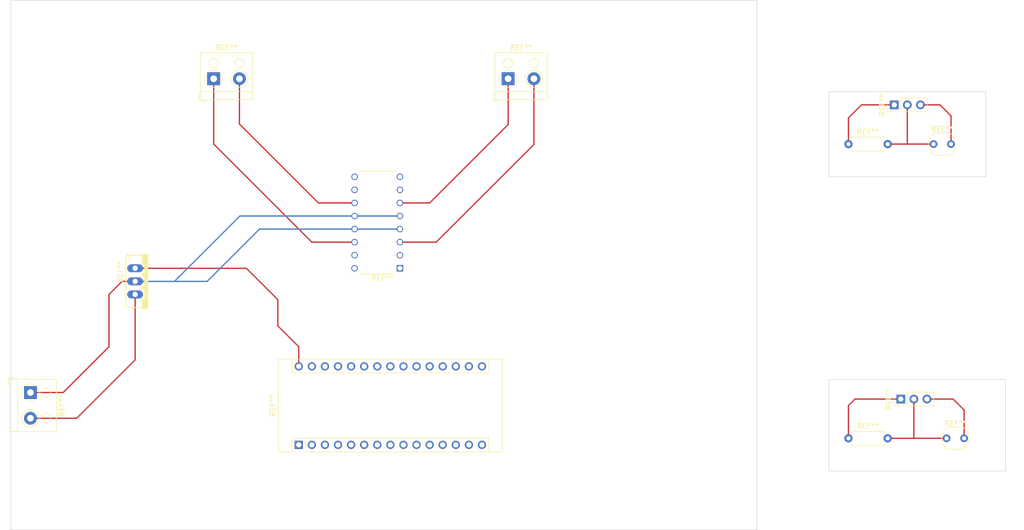
<source format=kicad_pcb>
(kicad_pcb (version 20171130) (host pcbnew "(5.1.10)-1")

  (general
    (thickness 1.6)
    (drawings 12)
    (tracks 50)
    (zones 0)
    (modules 12)
    (nets 1)
  )

  (page A4)
  (title_block
    (date "jeu. 02 avril 2015")
  )

  (layers
    (0 F.Cu signal)
    (31 B.Cu signal)
    (32 B.Adhes user)
    (33 F.Adhes user)
    (34 B.Paste user)
    (35 F.Paste user)
    (36 B.SilkS user)
    (37 F.SilkS user)
    (38 B.Mask user)
    (39 F.Mask user)
    (40 Dwgs.User user)
    (41 Cmts.User user)
    (42 Eco1.User user)
    (43 Eco2.User user)
    (44 Edge.Cuts user)
    (45 Margin user)
    (46 B.CrtYd user)
    (47 F.CrtYd user)
    (48 B.Fab user)
    (49 F.Fab user)
  )

  (setup
    (last_trace_width 0.25)
    (trace_clearance 0.2)
    (zone_clearance 0.508)
    (zone_45_only no)
    (trace_min 0.2)
    (via_size 0.6)
    (via_drill 0.4)
    (via_min_size 0.4)
    (via_min_drill 0.3)
    (uvia_size 0.3)
    (uvia_drill 0.1)
    (uvias_allowed no)
    (uvia_min_size 0.2)
    (uvia_min_drill 0.1)
    (edge_width 0.1)
    (segment_width 0.15)
    (pcb_text_width 0.3)
    (pcb_text_size 1.5 1.5)
    (mod_edge_width 0.15)
    (mod_text_size 1 1)
    (mod_text_width 0.15)
    (pad_size 1.5 1.5)
    (pad_drill 0.6)
    (pad_to_mask_clearance 0)
    (aux_axis_origin 138.176 110.617)
    (visible_elements 7FFFFFFF)
    (pcbplotparams
      (layerselection 0x00030_80000001)
      (usegerberextensions false)
      (usegerberattributes true)
      (usegerberadvancedattributes true)
      (creategerberjobfile true)
      (excludeedgelayer true)
      (linewidth 0.100000)
      (plotframeref false)
      (viasonmask false)
      (mode 1)
      (useauxorigin false)
      (hpglpennumber 1)
      (hpglpenspeed 20)
      (hpglpendiameter 15.000000)
      (psnegative false)
      (psa4output false)
      (plotreference true)
      (plotvalue true)
      (plotinvisibletext false)
      (padsonsilk false)
      (subtractmaskfromsilk false)
      (outputformat 1)
      (mirror false)
      (drillshape 1)
      (scaleselection 1)
      (outputdirectory ""))
  )

  (net 0 "")

  (net_class Default "This is the default net class."
    (clearance 0.2)
    (trace_width 0.25)
    (via_dia 0.6)
    (via_drill 0.4)
    (uvia_dia 0.3)
    (uvia_drill 0.1)
  )

  (module Module:Arduino_Nano_WithMountingHoles (layer F.Cu) (tedit 58ACAF99) (tstamp 6179919D)
    (at 140.97 110.49 90)
    (descr "Arduino Nano, http://www.mouser.com/pdfdocs/Gravitech_Arduino_Nano3_0.pdf")
    (tags "Arduino Nano")
    (fp_text reference REF** (at 7.62 -5.08 90) (layer F.SilkS)
      (effects (font (size 1 1) (thickness 0.15)))
    )
    (fp_text value Arduino_Nano_WithMountingHoles (at 8.89 15.24) (layer F.Fab)
      (effects (font (size 1 1) (thickness 0.15)))
    )
    (fp_text user %R (at 6.35 16.51) (layer F.Fab)
      (effects (font (size 1 1) (thickness 0.15)))
    )
    (fp_line (start 1.27 1.27) (end 1.27 -1.27) (layer F.SilkS) (width 0.12))
    (fp_line (start 1.27 -1.27) (end -1.4 -1.27) (layer F.SilkS) (width 0.12))
    (fp_line (start -1.4 1.27) (end -1.4 39.5) (layer F.SilkS) (width 0.12))
    (fp_line (start -1.4 -3.94) (end -1.4 -1.27) (layer F.SilkS) (width 0.12))
    (fp_line (start 13.97 -1.27) (end 16.64 -1.27) (layer F.SilkS) (width 0.12))
    (fp_line (start 13.97 -1.27) (end 13.97 36.83) (layer F.SilkS) (width 0.12))
    (fp_line (start 13.97 36.83) (end 16.64 36.83) (layer F.SilkS) (width 0.12))
    (fp_line (start 1.27 1.27) (end -1.4 1.27) (layer F.SilkS) (width 0.12))
    (fp_line (start 1.27 1.27) (end 1.27 36.83) (layer F.SilkS) (width 0.12))
    (fp_line (start 1.27 36.83) (end -1.4 36.83) (layer F.SilkS) (width 0.12))
    (fp_line (start 3.81 31.75) (end 11.43 31.75) (layer F.Fab) (width 0.1))
    (fp_line (start 11.43 31.75) (end 11.43 41.91) (layer F.Fab) (width 0.1))
    (fp_line (start 11.43 41.91) (end 3.81 41.91) (layer F.Fab) (width 0.1))
    (fp_line (start 3.81 41.91) (end 3.81 31.75) (layer F.Fab) (width 0.1))
    (fp_line (start -1.4 39.5) (end 16.64 39.5) (layer F.SilkS) (width 0.12))
    (fp_line (start 16.64 39.5) (end 16.64 -3.94) (layer F.SilkS) (width 0.12))
    (fp_line (start 16.64 -3.94) (end -1.4 -3.94) (layer F.SilkS) (width 0.12))
    (fp_line (start 16.51 39.37) (end -1.27 39.37) (layer F.Fab) (width 0.1))
    (fp_line (start -1.27 39.37) (end -1.27 -2.54) (layer F.Fab) (width 0.1))
    (fp_line (start -1.27 -2.54) (end 0 -3.81) (layer F.Fab) (width 0.1))
    (fp_line (start 0 -3.81) (end 16.51 -3.81) (layer F.Fab) (width 0.1))
    (fp_line (start 16.51 -3.81) (end 16.51 39.37) (layer F.Fab) (width 0.1))
    (fp_line (start -1.53 -4.06) (end 16.75 -4.06) (layer F.CrtYd) (width 0.05))
    (fp_line (start -1.53 -4.06) (end -1.53 42.16) (layer F.CrtYd) (width 0.05))
    (fp_line (start 16.75 42.16) (end 16.75 -4.06) (layer F.CrtYd) (width 0.05))
    (fp_line (start 16.75 42.16) (end -1.53 42.16) (layer F.CrtYd) (width 0.05))
    (pad "" np_thru_hole circle (at 0 38.1 90) (size 1.78 1.78) (drill 1.78) (layers *.Cu *.Mask))
    (pad "" np_thru_hole circle (at 15.24 38.1 90) (size 1.78 1.78) (drill 1.78) (layers *.Cu *.Mask))
    (pad "" np_thru_hole circle (at 15.24 -2.54 90) (size 1.78 1.78) (drill 1.78) (layers *.Cu *.Mask))
    (pad "" np_thru_hole circle (at 0 -2.54 90) (size 1.78 1.78) (drill 1.78) (layers *.Cu *.Mask))
    (pad 16 thru_hole oval (at 15.24 35.56 90) (size 1.6 1.6) (drill 1) (layers *.Cu *.Mask))
    (pad 15 thru_hole oval (at 0 35.56 90) (size 1.6 1.6) (drill 1) (layers *.Cu *.Mask))
    (pad 30 thru_hole oval (at 15.24 0 90) (size 1.6 1.6) (drill 1) (layers *.Cu *.Mask))
    (pad 14 thru_hole oval (at 0 33.02 90) (size 1.6 1.6) (drill 1) (layers *.Cu *.Mask))
    (pad 29 thru_hole oval (at 15.24 2.54 90) (size 1.6 1.6) (drill 1) (layers *.Cu *.Mask))
    (pad 13 thru_hole oval (at 0 30.48 90) (size 1.6 1.6) (drill 1) (layers *.Cu *.Mask))
    (pad 28 thru_hole oval (at 15.24 5.08 90) (size 1.6 1.6) (drill 1) (layers *.Cu *.Mask))
    (pad 12 thru_hole oval (at 0 27.94 90) (size 1.6 1.6) (drill 1) (layers *.Cu *.Mask))
    (pad 27 thru_hole oval (at 15.24 7.62 90) (size 1.6 1.6) (drill 1) (layers *.Cu *.Mask))
    (pad 11 thru_hole oval (at 0 25.4 90) (size 1.6 1.6) (drill 1) (layers *.Cu *.Mask))
    (pad 26 thru_hole oval (at 15.24 10.16 90) (size 1.6 1.6) (drill 1) (layers *.Cu *.Mask))
    (pad 10 thru_hole oval (at 0 22.86 90) (size 1.6 1.6) (drill 1) (layers *.Cu *.Mask))
    (pad 25 thru_hole oval (at 15.24 12.7 90) (size 1.6 1.6) (drill 1) (layers *.Cu *.Mask))
    (pad 9 thru_hole oval (at 0 20.32 90) (size 1.6 1.6) (drill 1) (layers *.Cu *.Mask))
    (pad 24 thru_hole oval (at 15.24 15.24 90) (size 1.6 1.6) (drill 1) (layers *.Cu *.Mask))
    (pad 8 thru_hole oval (at 0 17.78 90) (size 1.6 1.6) (drill 1) (layers *.Cu *.Mask))
    (pad 23 thru_hole oval (at 15.24 17.78 90) (size 1.6 1.6) (drill 1) (layers *.Cu *.Mask))
    (pad 7 thru_hole oval (at 0 15.24 90) (size 1.6 1.6) (drill 1) (layers *.Cu *.Mask))
    (pad 22 thru_hole oval (at 15.24 20.32 90) (size 1.6 1.6) (drill 1) (layers *.Cu *.Mask))
    (pad 6 thru_hole oval (at 0 12.7 90) (size 1.6 1.6) (drill 1) (layers *.Cu *.Mask))
    (pad 21 thru_hole oval (at 15.24 22.86 90) (size 1.6 1.6) (drill 1) (layers *.Cu *.Mask))
    (pad 5 thru_hole oval (at 0 10.16 90) (size 1.6 1.6) (drill 1) (layers *.Cu *.Mask))
    (pad 20 thru_hole oval (at 15.24 25.4 90) (size 1.6 1.6) (drill 1) (layers *.Cu *.Mask))
    (pad 4 thru_hole oval (at 0 7.62 90) (size 1.6 1.6) (drill 1) (layers *.Cu *.Mask))
    (pad 19 thru_hole oval (at 15.24 27.94 90) (size 1.6 1.6) (drill 1) (layers *.Cu *.Mask))
    (pad 3 thru_hole oval (at 0 5.08 90) (size 1.6 1.6) (drill 1) (layers *.Cu *.Mask))
    (pad 18 thru_hole oval (at 15.24 30.48 90) (size 1.6 1.6) (drill 1) (layers *.Cu *.Mask))
    (pad 2 thru_hole oval (at 0 2.54 90) (size 1.6 1.6) (drill 1) (layers *.Cu *.Mask))
    (pad 17 thru_hole oval (at 15.24 33.02 90) (size 1.6 1.6) (drill 1) (layers *.Cu *.Mask))
    (pad 1 thru_hole rect (at 0 0 90) (size 1.6 1.6) (drill 1) (layers *.Cu *.Mask))
    (model ${KISYS3DMOD}/Module.3dshapes/Arduino_Nano_WithMountingHoles.wrl
      (at (xyz 0 0 0))
      (scale (xyz 1 1 1))
      (rotate (xyz 0 0 0))
    )
  )

  (module Connector_PinHeader_2.54mm:PinHeader_1x03_P2.54mm_Vertical (layer F.Cu) (tedit 59FED5CC) (tstamp 617983EC)
    (at 257.81 101.6 90)
    (descr "Through hole straight pin header, 1x03, 2.54mm pitch, single row")
    (tags "Through hole pin header THT 1x03 2.54mm single row")
    (fp_text reference REF** (at 0 -2.33 90) (layer F.SilkS)
      (effects (font (size 1 1) (thickness 0.15)))
    )
    (fp_text value PinHeader_1x03_P2.54mm_Vertical (at 0 7.41 90) (layer F.Fab)
      (effects (font (size 1 1) (thickness 0.15)))
    )
    (fp_line (start -0.635 -1.27) (end 1.27 -1.27) (layer F.Fab) (width 0.1))
    (fp_line (start 1.27 -1.27) (end 1.27 6.35) (layer F.Fab) (width 0.1))
    (fp_line (start 1.27 6.35) (end -1.27 6.35) (layer F.Fab) (width 0.1))
    (fp_line (start -1.27 6.35) (end -1.27 -0.635) (layer F.Fab) (width 0.1))
    (fp_line (start -1.27 -0.635) (end -0.635 -1.27) (layer F.Fab) (width 0.1))
    (fp_line (start -1.33 6.41) (end 1.33 6.41) (layer F.SilkS) (width 0.12))
    (fp_line (start -1.33 1.27) (end -1.33 6.41) (layer F.SilkS) (width 0.12))
    (fp_line (start 1.33 1.27) (end 1.33 6.41) (layer F.SilkS) (width 0.12))
    (fp_line (start -1.33 1.27) (end 1.33 1.27) (layer F.SilkS) (width 0.12))
    (fp_line (start -1.33 0) (end -1.33 -1.33) (layer F.SilkS) (width 0.12))
    (fp_line (start -1.33 -1.33) (end 0 -1.33) (layer F.SilkS) (width 0.12))
    (fp_line (start -1.8 -1.8) (end -1.8 6.85) (layer F.CrtYd) (width 0.05))
    (fp_line (start -1.8 6.85) (end 1.8 6.85) (layer F.CrtYd) (width 0.05))
    (fp_line (start 1.8 6.85) (end 1.8 -1.8) (layer F.CrtYd) (width 0.05))
    (fp_line (start 1.8 -1.8) (end -1.8 -1.8) (layer F.CrtYd) (width 0.05))
    (fp_text user %R (at 0 2.54) (layer F.Fab)
      (effects (font (size 1 1) (thickness 0.15)))
    )
    (pad 1 thru_hole rect (at 0 0 90) (size 1.7 1.7) (drill 1) (layers *.Cu *.Mask))
    (pad 2 thru_hole oval (at 0 2.54 90) (size 1.7 1.7) (drill 1) (layers *.Cu *.Mask))
    (pad 3 thru_hole oval (at 0 5.08 90) (size 1.7 1.7) (drill 1) (layers *.Cu *.Mask))
    (model ${KISYS3DMOD}/Connector_PinHeader_2.54mm.3dshapes/PinHeader_1x03_P2.54mm_Vertical.wrl
      (at (xyz 0 0 0))
      (scale (xyz 1 1 1))
      (rotate (xyz 0 0 0))
    )
  )

  (module Connector_PinHeader_2.54mm:PinHeader_1x03_P2.54mm_Vertical (layer F.Cu) (tedit 59FED5CC) (tstamp 617983EB)
    (at 256.54 44.45 90)
    (descr "Through hole straight pin header, 1x03, 2.54mm pitch, single row")
    (tags "Through hole pin header THT 1x03 2.54mm single row")
    (fp_text reference REF** (at 0 -2.33 90) (layer F.SilkS)
      (effects (font (size 1 1) (thickness 0.15)))
    )
    (fp_text value PinHeader_1x03_P2.54mm_Vertical (at 0 7.41 90) (layer F.Fab)
      (effects (font (size 1 1) (thickness 0.15)))
    )
    (fp_text user %R (at 0 2.54) (layer F.Fab)
      (effects (font (size 1 1) (thickness 0.15)))
    )
    (fp_line (start -0.635 -1.27) (end 1.27 -1.27) (layer F.Fab) (width 0.1))
    (fp_line (start 1.27 -1.27) (end 1.27 6.35) (layer F.Fab) (width 0.1))
    (fp_line (start 1.27 6.35) (end -1.27 6.35) (layer F.Fab) (width 0.1))
    (fp_line (start -1.27 6.35) (end -1.27 -0.635) (layer F.Fab) (width 0.1))
    (fp_line (start -1.27 -0.635) (end -0.635 -1.27) (layer F.Fab) (width 0.1))
    (fp_line (start -1.33 6.41) (end 1.33 6.41) (layer F.SilkS) (width 0.12))
    (fp_line (start -1.33 1.27) (end -1.33 6.41) (layer F.SilkS) (width 0.12))
    (fp_line (start 1.33 1.27) (end 1.33 6.41) (layer F.SilkS) (width 0.12))
    (fp_line (start -1.33 1.27) (end 1.33 1.27) (layer F.SilkS) (width 0.12))
    (fp_line (start -1.33 0) (end -1.33 -1.33) (layer F.SilkS) (width 0.12))
    (fp_line (start -1.33 -1.33) (end 0 -1.33) (layer F.SilkS) (width 0.12))
    (fp_line (start -1.8 -1.8) (end -1.8 6.85) (layer F.CrtYd) (width 0.05))
    (fp_line (start -1.8 6.85) (end 1.8 6.85) (layer F.CrtYd) (width 0.05))
    (fp_line (start 1.8 6.85) (end 1.8 -1.8) (layer F.CrtYd) (width 0.05))
    (fp_line (start 1.8 -1.8) (end -1.8 -1.8) (layer F.CrtYd) (width 0.05))
    (pad 3 thru_hole oval (at 0 5.08 90) (size 1.7 1.7) (drill 1) (layers *.Cu *.Mask))
    (pad 2 thru_hole oval (at 0 2.54 90) (size 1.7 1.7) (drill 1) (layers *.Cu *.Mask))
    (pad 1 thru_hole rect (at 0 0 90) (size 1.7 1.7) (drill 1) (layers *.Cu *.Mask))
    (model ${KISYS3DMOD}/Connector_PinHeader_2.54mm.3dshapes/PinHeader_1x03_P2.54mm_Vertical.wrl
      (at (xyz 0 0 0))
      (scale (xyz 1 1 1))
      (rotate (xyz 0 0 0))
    )
  )

  (module TerminalBlock_RND:TerminalBlock_RND_205-00001_1x02_P5.00mm_Horizontal (layer F.Cu) (tedit 5B294F8C) (tstamp 61795FEE)
    (at 88.9 100.33 270)
    (descr "terminal block RND 205-00001, 2 pins, pitch 5mm, size 10x9mm^2, drill diamater 1.3mm, pad diameter 2.5mm, see http://cdn-reichelt.de/documents/datenblatt/C151/RND_205-00001_DB_EN.pdf, script-generated using https://github.com/pointhi/kicad-footprint-generator/scripts/TerminalBlock_RND")
    (tags "THT terminal block RND 205-00001 pitch 5mm size 10x9mm^2 drill 1.3mm pad 2.5mm")
    (fp_text reference REF** (at 2.5 -6.06 90) (layer F.SilkS)
      (effects (font (size 1 1) (thickness 0.15)))
    )
    (fp_text value TerminalBlock_RND_205-00001_1x02_P5.00mm_Horizontal (at 2.5 5.06 90) (layer F.Fab)
      (effects (font (size 1 1) (thickness 0.15)))
    )
    (fp_circle (center 0 0) (end 1.5 0) (layer F.Fab) (width 0.1))
    (fp_circle (center 0 -3) (end 0.9 -3) (layer F.Fab) (width 0.1))
    (fp_circle (center 0 -3) (end 0.9 -3) (layer F.SilkS) (width 0.12))
    (fp_circle (center 5 0) (end 6.5 0) (layer F.Fab) (width 0.1))
    (fp_circle (center 5 0) (end 6.68 0) (layer F.SilkS) (width 0.12))
    (fp_circle (center 5 -3) (end 5.9 -3) (layer F.Fab) (width 0.1))
    (fp_circle (center 5 -3) (end 5.9 -3) (layer F.SilkS) (width 0.12))
    (fp_line (start -2.5 -5) (end 7.5 -5) (layer F.Fab) (width 0.1))
    (fp_line (start 7.5 -5) (end 7.5 4) (layer F.Fab) (width 0.1))
    (fp_line (start 7.5 4) (end -1 4) (layer F.Fab) (width 0.1))
    (fp_line (start -1 4) (end -2.5 2.5) (layer F.Fab) (width 0.1))
    (fp_line (start -2.5 2.5) (end -2.5 -5) (layer F.Fab) (width 0.1))
    (fp_line (start -2.5 2.5) (end 7.5 2.5) (layer F.Fab) (width 0.1))
    (fp_line (start -2.56 2.5) (end 7.56 2.5) (layer F.SilkS) (width 0.12))
    (fp_line (start -2.56 -5.06) (end 7.56 -5.06) (layer F.SilkS) (width 0.12))
    (fp_line (start -2.56 4.06) (end 7.56 4.06) (layer F.SilkS) (width 0.12))
    (fp_line (start -2.56 -5.06) (end -2.56 4.06) (layer F.SilkS) (width 0.12))
    (fp_line (start 7.56 -5.06) (end 7.56 4.06) (layer F.SilkS) (width 0.12))
    (fp_line (start 1.138 -0.955) (end -0.955 1.138) (layer F.Fab) (width 0.1))
    (fp_line (start 0.955 -1.138) (end -1.138 0.955) (layer F.Fab) (width 0.1))
    (fp_line (start 6.138 -0.955) (end 4.046 1.138) (layer F.Fab) (width 0.1))
    (fp_line (start 5.955 -1.138) (end 3.863 0.955) (layer F.Fab) (width 0.1))
    (fp_line (start 6.275 -1.069) (end 6.181 -0.976) (layer F.SilkS) (width 0.12))
    (fp_line (start 3.99 1.216) (end 3.931 1.274) (layer F.SilkS) (width 0.12))
    (fp_line (start 6.07 -1.275) (end 6.011 -1.216) (layer F.SilkS) (width 0.12))
    (fp_line (start 3.82 0.976) (end 3.726 1.069) (layer F.SilkS) (width 0.12))
    (fp_line (start -2.8 2.56) (end -2.8 4.3) (layer F.SilkS) (width 0.12))
    (fp_line (start -2.8 4.3) (end -1.3 4.3) (layer F.SilkS) (width 0.12))
    (fp_line (start -3 -5.5) (end -3 4.5) (layer F.CrtYd) (width 0.05))
    (fp_line (start -3 4.5) (end 8 4.5) (layer F.CrtYd) (width 0.05))
    (fp_line (start 8 4.5) (end 8 -5.5) (layer F.CrtYd) (width 0.05))
    (fp_line (start 8 -5.5) (end -3 -5.5) (layer F.CrtYd) (width 0.05))
    (fp_arc (start 0 0) (end 0 1.68) (angle -28) (layer F.SilkS) (width 0.12))
    (fp_arc (start 0 0) (end 1.484 0.789) (angle -56) (layer F.SilkS) (width 0.12))
    (fp_arc (start 0 0) (end 0.789 -1.484) (angle -56) (layer F.SilkS) (width 0.12))
    (fp_arc (start 0 0) (end -1.484 -0.789) (angle -56) (layer F.SilkS) (width 0.12))
    (fp_arc (start 0 0) (end -0.789 1.484) (angle -29) (layer F.SilkS) (width 0.12))
    (fp_text user %R (at 2.5 -6.06 90) (layer F.Fab)
      (effects (font (size 1 1) (thickness 0.15)))
    )
    (pad 1 thru_hole rect (at 0 0 270) (size 2.5 2.5) (drill 1.3) (layers *.Cu *.Mask))
    (pad 2 thru_hole circle (at 5 0 270) (size 2.5 2.5) (drill 1.3) (layers *.Cu *.Mask))
    (model ${KISYS3DMOD}/TerminalBlock_RND.3dshapes/TerminalBlock_RND_205-00001_1x02_P5.00mm_Horizontal.wrl
      (at (xyz 0 0 0))
      (scale (xyz 1 1 1))
      (rotate (xyz 0 0 0))
    )
  )

  (module L7805:78XXS (layer F.Cu) (tedit 6175B012) (tstamp 6177172E)
    (at 111.76 78.74 270)
    (descr "<b>VOLTAGE REGULATOR</b>")
    (fp_text reference REF** (at -1.908575 5.420375 90) (layer F.SilkS)
      (effects (font (size 1.001882 1.001882) (thickness 0.15)))
    )
    (fp_text value 78XXS (at -1.905325 6.986175 90) (layer F.Fab)
      (effects (font (size 1.000165 1.000165) (thickness 0.15)))
    )
    (fp_line (start 4.826 4.318) (end 5.08 4.064) (layer F.SilkS) (width 0.1524))
    (fp_line (start 4.826 4.318) (end -4.826 4.318) (layer F.SilkS) (width 0.1524))
    (fp_line (start -5.08 4.064) (end -4.826 4.318) (layer F.SilkS) (width 0.1524))
    (fp_line (start 5.08 1.143) (end 5.08 4.064) (layer F.SilkS) (width 0.1524))
    (fp_line (start -5.08 4.064) (end -5.08 1.143) (layer F.SilkS) (width 0.1524))
    (fp_circle (center -4.6228 3.7084) (end -4.3688 3.7084) (layer F.SilkS) (width 0.1))
    (fp_poly (pts (xy -5.33578 0) (xy -3.429 0) (xy -3.429 1.27042) (xy -5.33578 1.27042)) (layer F.SilkS) (width 0.01))
    (fp_poly (pts (xy -3.43431 0) (xy -1.651 0) (xy -1.651 0.763181) (xy -3.43431 0.763181)) (layer F.SilkS) (width 0.01))
    (fp_poly (pts (xy -1.65378 0) (xy -0.889 0) (xy -0.889 1.27214) (xy -1.65378 1.27214)) (layer F.SilkS) (width 0.01))
    (fp_poly (pts (xy -0.890568 0) (xy 0.889 0) (xy 0.889 0.763344) (xy -0.890568 0.763344)) (layer F.SilkS) (width 0.01))
    (fp_poly (pts (xy 0.889389 0) (xy 1.651 0) (xy 1.651 1.27056) (xy 0.889389 1.27056)) (layer F.SilkS) (width 0.01))
    (fp_poly (pts (xy 1.65359 0) (xy 3.429 0) (xy 3.429 0.763194) (xy 1.65359 0.763194)) (layer F.SilkS) (width 0.01))
    (fp_poly (pts (xy 3.43315 0) (xy 5.334 0) (xy 5.334 1.27154) (xy 3.43315 1.27154)) (layer F.SilkS) (width 0.01))
    (fp_poly (pts (xy -3.43578 0.762) (xy -1.651 0.762) (xy -1.651 1.27251) (xy -3.43578 1.27251)) (layer F.Fab) (width 0.01))
    (fp_poly (pts (xy -0.889317 0.762) (xy 0.889 0.762) (xy 0.889 1.27045) (xy -0.889317 1.27045)) (layer F.Fab) (width 0.01))
    (fp_poly (pts (xy 1.65254 0.762) (xy 3.429 0.762) (xy 3.429 1.27119) (xy 1.65254 1.27119)) (layer F.Fab) (width 0.01))
    (fp_text user O (at 1.90647 3.81294 90) (layer F.Fab)
      (effects (font (size 1.000772 1.000772) (thickness 0.15)))
    )
    (fp_text user I (at -3.17902 3.81483 90) (layer F.Fab)
      (effects (font (size 1.001268 1.001268) (thickness 0.15)))
    )
    (fp_text user - (at -0.635343 3.81206 90) (layer F.Fab)
      (effects (font (size 1.000543 1.000543) (thickness 0.15)))
    )
    (pad OUT thru_hole oval (at 2.54 2.54 270) (size 1.524 3.048) (drill 1.016) (layers *.Cu *.Mask))
    (pad GND thru_hole oval (at 0 2.54 270) (size 1.524 3.048) (drill 1.016) (layers *.Cu *.Mask))
    (pad IN thru_hole oval (at -2.54 2.54 270) (size 1.524 3.048) (drill 1.016) (layers *.Cu *.Mask))
  )

  (module L293D:DIP880W50P254L2000H510Q16 (layer F.Cu) (tedit 61749DF2) (tstamp 61769C72)
    (at 156.21 67.31 180)
    (fp_text reference REF** (at -1 -10.812) (layer F.SilkS)
      (effects (font (size 1 1) (thickness 0.15)))
    )
    (fp_text value DIP880W50P254L2000H510Q16 (at 11.7 10.812) (layer F.Fab)
      (effects (font (size 1 1) (thickness 0.15)))
    )
    (fp_circle (center -5.525 -8.89) (end -5.425 -8.89) (layer F.SilkS) (width 0.2))
    (fp_circle (center -5.525 -8.89) (end -5.425 -8.89) (layer F.Fab) (width 0.2))
    (fp_line (start -3.55 -10) (end 3.55 -10) (layer F.Fab) (width 0.127))
    (fp_line (start -3.55 10) (end 3.55 10) (layer F.Fab) (width 0.127))
    (fp_line (start -3.55 -10) (end 3.55 -10) (layer F.SilkS) (width 0.127))
    (fp_line (start -3.55 10) (end 3.55 10) (layer F.SilkS) (width 0.127))
    (fp_line (start -3.55 -10) (end -3.55 10) (layer F.Fab) (width 0.127))
    (fp_line (start 3.55 -10) (end 3.55 10) (layer F.Fab) (width 0.127))
    (fp_line (start 5.275 -10.25) (end -5.275 -10.25) (layer F.CrtYd) (width 0.05))
    (fp_line (start 5.275 10.25) (end -5.275 10.25) (layer F.CrtYd) (width 0.05))
    (fp_line (start 5.275 -10.25) (end 5.275 10.25) (layer F.CrtYd) (width 0.05))
    (fp_line (start -5.275 -10.25) (end -5.275 10.25) (layer F.CrtYd) (width 0.05))
    (pad 16 thru_hole circle (at 4.4 -8.89 180) (size 1.25 1.25) (drill 0.9) (layers *.Cu *.Mask))
    (pad 15 thru_hole circle (at 4.4 -6.35 180) (size 1.25 1.25) (drill 0.9) (layers *.Cu *.Mask))
    (pad 14 thru_hole circle (at 4.4 -3.81 180) (size 1.25 1.25) (drill 0.9) (layers *.Cu *.Mask))
    (pad 13 thru_hole circle (at 4.4 -1.27 180) (size 1.25 1.25) (drill 0.9) (layers *.Cu *.Mask))
    (pad 12 thru_hole circle (at 4.4 1.27 180) (size 1.25 1.25) (drill 0.9) (layers *.Cu *.Mask))
    (pad 11 thru_hole circle (at 4.4 3.81 180) (size 1.25 1.25) (drill 0.9) (layers *.Cu *.Mask))
    (pad 10 thru_hole circle (at 4.4 6.35 180) (size 1.25 1.25) (drill 0.9) (layers *.Cu *.Mask))
    (pad 9 thru_hole circle (at 4.4 8.89 180) (size 1.25 1.25) (drill 0.9) (layers *.Cu *.Mask))
    (pad 8 thru_hole circle (at -4.4 8.89 180) (size 1.25 1.25) (drill 0.9) (layers *.Cu *.Mask))
    (pad 7 thru_hole circle (at -4.4 6.35 180) (size 1.25 1.25) (drill 0.9) (layers *.Cu *.Mask))
    (pad 6 thru_hole circle (at -4.4 3.81 180) (size 1.25 1.25) (drill 0.9) (layers *.Cu *.Mask))
    (pad 5 thru_hole circle (at -4.4 1.27 180) (size 1.25 1.25) (drill 0.9) (layers *.Cu *.Mask))
    (pad 4 thru_hole circle (at -4.4 -1.27 180) (size 1.25 1.25) (drill 0.9) (layers *.Cu *.Mask))
    (pad 3 thru_hole circle (at -4.4 -3.81 180) (size 1.25 1.25) (drill 0.9) (layers *.Cu *.Mask))
    (pad 2 thru_hole circle (at -4.4 -6.35 180) (size 1.25 1.25) (drill 0.9) (layers *.Cu *.Mask))
    (pad 1 thru_hole rect (at -4.4 -8.89 180) (size 1.25 1.25) (drill 0.9) (layers *.Cu *.Mask))
  )

  (module TerminalBlock_RND:TerminalBlock_RND_205-00001_1x02_P5.00mm_Horizontal (layer F.Cu) (tedit 5B294F8C) (tstamp 61761978)
    (at 181.61 39.37)
    (descr "terminal block RND 205-00001, 2 pins, pitch 5mm, size 10x9mm^2, drill diamater 1.3mm, pad diameter 2.5mm, see http://cdn-reichelt.de/documents/datenblatt/C151/RND_205-00001_DB_EN.pdf, script-generated using https://github.com/pointhi/kicad-footprint-generator/scripts/TerminalBlock_RND")
    (tags "THT terminal block RND 205-00001 pitch 5mm size 10x9mm^2 drill 1.3mm pad 2.5mm")
    (fp_text reference REF** (at 2.5 -6.06) (layer F.SilkS)
      (effects (font (size 1 1) (thickness 0.15)))
    )
    (fp_text value TerminalBlock_RND_205-00001_1x02_P5.00mm_Horizontal (at 2.5 5.06) (layer F.Fab)
      (effects (font (size 1 1) (thickness 0.15)))
    )
    (fp_circle (center 0 0) (end 1.5 0) (layer F.Fab) (width 0.1))
    (fp_circle (center 0 -3) (end 0.9 -3) (layer F.Fab) (width 0.1))
    (fp_circle (center 0 -3) (end 0.9 -3) (layer F.SilkS) (width 0.12))
    (fp_circle (center 5 0) (end 6.5 0) (layer F.Fab) (width 0.1))
    (fp_circle (center 5 0) (end 6.68 0) (layer F.SilkS) (width 0.12))
    (fp_circle (center 5 -3) (end 5.9 -3) (layer F.Fab) (width 0.1))
    (fp_circle (center 5 -3) (end 5.9 -3) (layer F.SilkS) (width 0.12))
    (fp_line (start -2.5 -5) (end 7.5 -5) (layer F.Fab) (width 0.1))
    (fp_line (start 7.5 -5) (end 7.5 4) (layer F.Fab) (width 0.1))
    (fp_line (start 7.5 4) (end -1 4) (layer F.Fab) (width 0.1))
    (fp_line (start -1 4) (end -2.5 2.5) (layer F.Fab) (width 0.1))
    (fp_line (start -2.5 2.5) (end -2.5 -5) (layer F.Fab) (width 0.1))
    (fp_line (start -2.5 2.5) (end 7.5 2.5) (layer F.Fab) (width 0.1))
    (fp_line (start -2.56 2.5) (end 7.56 2.5) (layer F.SilkS) (width 0.12))
    (fp_line (start -2.56 -5.06) (end 7.56 -5.06) (layer F.SilkS) (width 0.12))
    (fp_line (start -2.56 4.06) (end 7.56 4.06) (layer F.SilkS) (width 0.12))
    (fp_line (start -2.56 -5.06) (end -2.56 4.06) (layer F.SilkS) (width 0.12))
    (fp_line (start 7.56 -5.06) (end 7.56 4.06) (layer F.SilkS) (width 0.12))
    (fp_line (start 1.138 -0.955) (end -0.955 1.138) (layer F.Fab) (width 0.1))
    (fp_line (start 0.955 -1.138) (end -1.138 0.955) (layer F.Fab) (width 0.1))
    (fp_line (start 6.138 -0.955) (end 4.046 1.138) (layer F.Fab) (width 0.1))
    (fp_line (start 5.955 -1.138) (end 3.863 0.955) (layer F.Fab) (width 0.1))
    (fp_line (start 6.275 -1.069) (end 6.181 -0.976) (layer F.SilkS) (width 0.12))
    (fp_line (start 3.99 1.216) (end 3.931 1.274) (layer F.SilkS) (width 0.12))
    (fp_line (start 6.07 -1.275) (end 6.011 -1.216) (layer F.SilkS) (width 0.12))
    (fp_line (start 3.82 0.976) (end 3.726 1.069) (layer F.SilkS) (width 0.12))
    (fp_line (start -2.8 2.56) (end -2.8 4.3) (layer F.SilkS) (width 0.12))
    (fp_line (start -2.8 4.3) (end -1.3 4.3) (layer F.SilkS) (width 0.12))
    (fp_line (start -3 -5.5) (end -3 4.5) (layer F.CrtYd) (width 0.05))
    (fp_line (start -3 4.5) (end 8 4.5) (layer F.CrtYd) (width 0.05))
    (fp_line (start 8 4.5) (end 8 -5.5) (layer F.CrtYd) (width 0.05))
    (fp_line (start 8 -5.5) (end -3 -5.5) (layer F.CrtYd) (width 0.05))
    (fp_arc (start 0 0) (end 0 1.68) (angle -28) (layer F.SilkS) (width 0.12))
    (fp_arc (start 0 0) (end 1.484 0.789) (angle -56) (layer F.SilkS) (width 0.12))
    (fp_arc (start 0 0) (end 0.789 -1.484) (angle -56) (layer F.SilkS) (width 0.12))
    (fp_arc (start 0 0) (end -1.484 -0.789) (angle -56) (layer F.SilkS) (width 0.12))
    (fp_arc (start 0 0) (end -0.789 1.484) (angle -29) (layer F.SilkS) (width 0.12))
    (fp_text user %R (at 2.5 -6.06) (layer F.Fab)
      (effects (font (size 1 1) (thickness 0.15)))
    )
    (pad 1 thru_hole rect (at 0 0) (size 2.5 2.5) (drill 1.3) (layers *.Cu *.Mask))
    (pad 2 thru_hole circle (at 5 0) (size 2.5 2.5) (drill 1.3) (layers *.Cu *.Mask))
    (model ${KISYS3DMOD}/TerminalBlock_RND.3dshapes/TerminalBlock_RND_205-00001_1x02_P5.00mm_Horizontal.wrl
      (at (xyz 0 0 0))
      (scale (xyz 1 1 1))
      (rotate (xyz 0 0 0))
    )
  )

  (module TerminalBlock_RND:TerminalBlock_RND_205-00001_1x02_P5.00mm_Horizontal (layer F.Cu) (tedit 5B294F8C) (tstamp 6176187F)
    (at 124.46 39.37)
    (descr "terminal block RND 205-00001, 2 pins, pitch 5mm, size 10x9mm^2, drill diamater 1.3mm, pad diameter 2.5mm, see http://cdn-reichelt.de/documents/datenblatt/C151/RND_205-00001_DB_EN.pdf, script-generated using https://github.com/pointhi/kicad-footprint-generator/scripts/TerminalBlock_RND")
    (tags "THT terminal block RND 205-00001 pitch 5mm size 10x9mm^2 drill 1.3mm pad 2.5mm")
    (fp_text reference REF** (at 2.5 -6.06) (layer F.SilkS)
      (effects (font (size 1 1) (thickness 0.15)))
    )
    (fp_text value TerminalBlock_RND_205-00001_1x02_P5.00mm_Horizontal (at 2.5 5.06) (layer F.Fab)
      (effects (font (size 1 1) (thickness 0.15)))
    )
    (fp_circle (center 0 0) (end 1.5 0) (layer F.Fab) (width 0.1))
    (fp_circle (center 0 -3) (end 0.9 -3) (layer F.Fab) (width 0.1))
    (fp_circle (center 0 -3) (end 0.9 -3) (layer F.SilkS) (width 0.12))
    (fp_circle (center 5 0) (end 6.5 0) (layer F.Fab) (width 0.1))
    (fp_circle (center 5 0) (end 6.68 0) (layer F.SilkS) (width 0.12))
    (fp_circle (center 5 -3) (end 5.9 -3) (layer F.Fab) (width 0.1))
    (fp_circle (center 5 -3) (end 5.9 -3) (layer F.SilkS) (width 0.12))
    (fp_line (start -2.5 -5) (end 7.5 -5) (layer F.Fab) (width 0.1))
    (fp_line (start 7.5 -5) (end 7.5 4) (layer F.Fab) (width 0.1))
    (fp_line (start 7.5 4) (end -1 4) (layer F.Fab) (width 0.1))
    (fp_line (start -1 4) (end -2.5 2.5) (layer F.Fab) (width 0.1))
    (fp_line (start -2.5 2.5) (end -2.5 -5) (layer F.Fab) (width 0.1))
    (fp_line (start -2.5 2.5) (end 7.5 2.5) (layer F.Fab) (width 0.1))
    (fp_line (start -2.56 2.5) (end 7.56 2.5) (layer F.SilkS) (width 0.12))
    (fp_line (start -2.56 -5.06) (end 7.56 -5.06) (layer F.SilkS) (width 0.12))
    (fp_line (start -2.56 4.06) (end 7.56 4.06) (layer F.SilkS) (width 0.12))
    (fp_line (start -2.56 -5.06) (end -2.56 4.06) (layer F.SilkS) (width 0.12))
    (fp_line (start 7.56 -5.06) (end 7.56 4.06) (layer F.SilkS) (width 0.12))
    (fp_line (start 1.138 -0.955) (end -0.955 1.138) (layer F.Fab) (width 0.1))
    (fp_line (start 0.955 -1.138) (end -1.138 0.955) (layer F.Fab) (width 0.1))
    (fp_line (start 6.138 -0.955) (end 4.046 1.138) (layer F.Fab) (width 0.1))
    (fp_line (start 5.955 -1.138) (end 3.863 0.955) (layer F.Fab) (width 0.1))
    (fp_line (start 6.275 -1.069) (end 6.181 -0.976) (layer F.SilkS) (width 0.12))
    (fp_line (start 3.99 1.216) (end 3.931 1.274) (layer F.SilkS) (width 0.12))
    (fp_line (start 6.07 -1.275) (end 6.011 -1.216) (layer F.SilkS) (width 0.12))
    (fp_line (start 3.82 0.976) (end 3.726 1.069) (layer F.SilkS) (width 0.12))
    (fp_line (start -2.8 2.56) (end -2.8 4.3) (layer F.SilkS) (width 0.12))
    (fp_line (start -2.8 4.3) (end -1.3 4.3) (layer F.SilkS) (width 0.12))
    (fp_line (start -3 -5.5) (end -3 4.5) (layer F.CrtYd) (width 0.05))
    (fp_line (start -3 4.5) (end 8 4.5) (layer F.CrtYd) (width 0.05))
    (fp_line (start 8 4.5) (end 8 -5.5) (layer F.CrtYd) (width 0.05))
    (fp_line (start 8 -5.5) (end -3 -5.5) (layer F.CrtYd) (width 0.05))
    (fp_text user %R (at 2.5 -6.06) (layer F.Fab)
      (effects (font (size 1 1) (thickness 0.15)))
    )
    (fp_arc (start 0 0) (end -0.789 1.484) (angle -29) (layer F.SilkS) (width 0.12))
    (fp_arc (start 0 0) (end -1.484 -0.789) (angle -56) (layer F.SilkS) (width 0.12))
    (fp_arc (start 0 0) (end 0.789 -1.484) (angle -56) (layer F.SilkS) (width 0.12))
    (fp_arc (start 0 0) (end 1.484 0.789) (angle -56) (layer F.SilkS) (width 0.12))
    (fp_arc (start 0 0) (end 0 1.68) (angle -28) (layer F.SilkS) (width 0.12))
    (pad 2 thru_hole circle (at 5 0) (size 2.5 2.5) (drill 1.3) (layers *.Cu *.Mask))
    (pad 1 thru_hole rect (at 0 0) (size 2.5 2.5) (drill 1.3) (layers *.Cu *.Mask))
    (model ${KISYS3DMOD}/TerminalBlock_RND.3dshapes/TerminalBlock_RND_205-00001_1x02_P5.00mm_Horizontal.wrl
      (at (xyz 0 0 0))
      (scale (xyz 1 1 1))
      (rotate (xyz 0 0 0))
    )
  )

  (module Resistor_THT:R_Axial_DIN0207_L6.3mm_D2.5mm_P7.62mm_Horizontal (layer F.Cu) (tedit 5AE5139B) (tstamp 6175B9DC)
    (at 247.65 109.22)
    (descr "Resistor, Axial_DIN0207 series, Axial, Horizontal, pin pitch=7.62mm, 0.25W = 1/4W, length*diameter=6.3*2.5mm^2, http://cdn-reichelt.de/documents/datenblatt/B400/1_4W%23YAG.pdf")
    (tags "Resistor Axial_DIN0207 series Axial Horizontal pin pitch 7.62mm 0.25W = 1/4W length 6.3mm diameter 2.5mm")
    (fp_text reference REF** (at 3.81 -2.37) (layer F.SilkS)
      (effects (font (size 1 1) (thickness 0.15)))
    )
    (fp_text value R_Axial_DIN0207_L6.3mm_D2.5mm_P7.62mm_Horizontal (at 3.81 2.37) (layer F.Fab)
      (effects (font (size 1 1) (thickness 0.15)))
    )
    (fp_line (start 0.66 -1.25) (end 0.66 1.25) (layer F.Fab) (width 0.1))
    (fp_line (start 0.66 1.25) (end 6.96 1.25) (layer F.Fab) (width 0.1))
    (fp_line (start 6.96 1.25) (end 6.96 -1.25) (layer F.Fab) (width 0.1))
    (fp_line (start 6.96 -1.25) (end 0.66 -1.25) (layer F.Fab) (width 0.1))
    (fp_line (start 0 0) (end 0.66 0) (layer F.Fab) (width 0.1))
    (fp_line (start 7.62 0) (end 6.96 0) (layer F.Fab) (width 0.1))
    (fp_line (start 0.54 -1.04) (end 0.54 -1.37) (layer F.SilkS) (width 0.12))
    (fp_line (start 0.54 -1.37) (end 7.08 -1.37) (layer F.SilkS) (width 0.12))
    (fp_line (start 7.08 -1.37) (end 7.08 -1.04) (layer F.SilkS) (width 0.12))
    (fp_line (start 0.54 1.04) (end 0.54 1.37) (layer F.SilkS) (width 0.12))
    (fp_line (start 0.54 1.37) (end 7.08 1.37) (layer F.SilkS) (width 0.12))
    (fp_line (start 7.08 1.37) (end 7.08 1.04) (layer F.SilkS) (width 0.12))
    (fp_line (start -1.05 -1.5) (end -1.05 1.5) (layer F.CrtYd) (width 0.05))
    (fp_line (start -1.05 1.5) (end 8.67 1.5) (layer F.CrtYd) (width 0.05))
    (fp_line (start 8.67 1.5) (end 8.67 -1.5) (layer F.CrtYd) (width 0.05))
    (fp_line (start 8.67 -1.5) (end -1.05 -1.5) (layer F.CrtYd) (width 0.05))
    (fp_text user %R (at 3.81 0) (layer F.Fab)
      (effects (font (size 1 1) (thickness 0.15)))
    )
    (pad 1 thru_hole circle (at 0 0) (size 1.6 1.6) (drill 0.8) (layers *.Cu *.Mask))
    (pad 2 thru_hole oval (at 7.62 0) (size 1.6 1.6) (drill 0.8) (layers *.Cu *.Mask))
    (model ${KISYS3DMOD}/Resistor_THT.3dshapes/R_Axial_DIN0207_L6.3mm_D2.5mm_P7.62mm_Horizontal.wrl
      (at (xyz 0 0 0))
      (scale (xyz 1 1 1))
      (rotate (xyz 0 0 0))
    )
  )

  (module Resistor_THT:R_Axial_DIN0207_L6.3mm_D2.5mm_P7.62mm_Horizontal (layer F.Cu) (tedit 5AE5139B) (tstamp 6175B9DA)
    (at 247.65 52.07)
    (descr "Resistor, Axial_DIN0207 series, Axial, Horizontal, pin pitch=7.62mm, 0.25W = 1/4W, length*diameter=6.3*2.5mm^2, http://cdn-reichelt.de/documents/datenblatt/B400/1_4W%23YAG.pdf")
    (tags "Resistor Axial_DIN0207 series Axial Horizontal pin pitch 7.62mm 0.25W = 1/4W length 6.3mm diameter 2.5mm")
    (fp_text reference REF** (at 3.81 -2.37) (layer F.SilkS)
      (effects (font (size 1 1) (thickness 0.15)))
    )
    (fp_text value R_Axial_DIN0207_L6.3mm_D2.5mm_P7.62mm_Horizontal (at 3.81 2.37) (layer F.Fab)
      (effects (font (size 1 1) (thickness 0.15)))
    )
    (fp_line (start 0.66 -1.25) (end 0.66 1.25) (layer F.Fab) (width 0.1))
    (fp_line (start 0.66 1.25) (end 6.96 1.25) (layer F.Fab) (width 0.1))
    (fp_line (start 6.96 1.25) (end 6.96 -1.25) (layer F.Fab) (width 0.1))
    (fp_line (start 6.96 -1.25) (end 0.66 -1.25) (layer F.Fab) (width 0.1))
    (fp_line (start 0 0) (end 0.66 0) (layer F.Fab) (width 0.1))
    (fp_line (start 7.62 0) (end 6.96 0) (layer F.Fab) (width 0.1))
    (fp_line (start 0.54 -1.04) (end 0.54 -1.37) (layer F.SilkS) (width 0.12))
    (fp_line (start 0.54 -1.37) (end 7.08 -1.37) (layer F.SilkS) (width 0.12))
    (fp_line (start 7.08 -1.37) (end 7.08 -1.04) (layer F.SilkS) (width 0.12))
    (fp_line (start 0.54 1.04) (end 0.54 1.37) (layer F.SilkS) (width 0.12))
    (fp_line (start 0.54 1.37) (end 7.08 1.37) (layer F.SilkS) (width 0.12))
    (fp_line (start 7.08 1.37) (end 7.08 1.04) (layer F.SilkS) (width 0.12))
    (fp_line (start -1.05 -1.5) (end -1.05 1.5) (layer F.CrtYd) (width 0.05))
    (fp_line (start -1.05 1.5) (end 8.67 1.5) (layer F.CrtYd) (width 0.05))
    (fp_line (start 8.67 1.5) (end 8.67 -1.5) (layer F.CrtYd) (width 0.05))
    (fp_line (start 8.67 -1.5) (end -1.05 -1.5) (layer F.CrtYd) (width 0.05))
    (fp_text user %R (at 3.81 0) (layer F.Fab)
      (effects (font (size 1 1) (thickness 0.15)))
    )
    (pad 2 thru_hole oval (at 7.62 0) (size 1.6 1.6) (drill 0.8) (layers *.Cu *.Mask))
    (pad 1 thru_hole circle (at 0 0) (size 1.6 1.6) (drill 0.8) (layers *.Cu *.Mask))
    (model ${KISYS3DMOD}/Resistor_THT.3dshapes/R_Axial_DIN0207_L6.3mm_D2.5mm_P7.62mm_Horizontal.wrl
      (at (xyz 0 0 0))
      (scale (xyz 1 1 1))
      (rotate (xyz 0 0 0))
    )
  )

  (module OptoDevice:R_LDR_5.1x4.3mm_P3.4mm_Vertical (layer F.Cu) (tedit 5B8603DB) (tstamp 6175AFA9)
    (at 266.7 109.22)
    (descr "Resistor, LDR 5.1x3.4mm, see http://yourduino.com/docs/Photoresistor-5516-datasheet.pdf")
    (tags "Resistor LDR5.1x3.4mm")
    (fp_text reference REF** (at 1.7 -2.9) (layer F.SilkS)
      (effects (font (size 1 1) (thickness 0.15)))
    )
    (fp_text value R_LDR_5.1x4.3mm_P3.4mm_Vertical (at 1.5 3) (layer F.Fab)
      (effects (font (size 1 1) (thickness 0.15)))
    )
    (fp_line (start 0.15 2.15) (end 3.2 2.15) (layer F.SilkS) (width 0.12))
    (fp_line (start 0.15 -2.15) (end 3.2 -2.15) (layer F.SilkS) (width 0.12))
    (fp_line (start 1 0) (end 2.3 0) (layer F.Fab) (width 0.1))
    (fp_line (start 2.3 0) (end 2.3 -0.6) (layer F.Fab) (width 0.1))
    (fp_line (start 2.3 -0.6) (end 0.8 -0.6) (layer F.Fab) (width 0.1))
    (fp_line (start 2.6 0.6) (end 1 0.6) (layer F.Fab) (width 0.1))
    (fp_line (start 0.8 -1.8) (end 2.6 -1.8) (layer F.Fab) (width 0.1))
    (fp_line (start 2.6 -1.8) (end 2.6 -1.2) (layer F.Fab) (width 0.1))
    (fp_line (start 2.6 -1.2) (end 0.8 -1.2) (layer F.Fab) (width 0.1))
    (fp_line (start 0.8 -1.2) (end 0.8 -0.6) (layer F.Fab) (width 0.1))
    (fp_line (start 1 0) (end 1 0.6) (layer F.Fab) (width 0.1))
    (fp_line (start 2.6 0.6) (end 2.6 1.2) (layer F.Fab) (width 0.1))
    (fp_line (start 2.6 1.2) (end 0.8 1.2) (layer F.Fab) (width 0.1))
    (fp_line (start 0.8 1.2) (end 0.8 1.8) (layer F.Fab) (width 0.1))
    (fp_line (start 0.8 1.8) (end 2.6 1.8) (layer F.Fab) (width 0.1))
    (fp_line (start 3.2 2.1) (end 0.2 2.1) (layer F.Fab) (width 0.1))
    (fp_line (start 0.2 -2.1) (end 3.2 -2.1) (layer F.Fab) (width 0.1))
    (fp_line (start -1.13 -2.35) (end 4.53 -2.35) (layer F.CrtYd) (width 0.05))
    (fp_line (start -1.13 -2.35) (end -1.13 2.35) (layer F.CrtYd) (width 0.05))
    (fp_line (start 4.53 2.35) (end 4.53 -2.35) (layer F.CrtYd) (width 0.05))
    (fp_line (start 4.53 2.35) (end -1.13 2.35) (layer F.CrtYd) (width 0.05))
    (fp_text user %R (at 1.7 -2.9) (layer F.Fab)
      (effects (font (size 1 1) (thickness 0.15)))
    )
    (fp_arc (start 1.7 0) (end 0.15 2.15) (angle 109) (layer F.SilkS) (width 0.12))
    (fp_arc (start 1.7 0) (end 3.2 -2.15) (angle 109) (layer F.SilkS) (width 0.12))
    (fp_arc (start 1.7 0) (end 3.2 -2.1) (angle 109) (layer F.Fab) (width 0.1))
    (fp_arc (start 1.7 0) (end 0.2 2.1) (angle 109) (layer F.Fab) (width 0.1))
    (pad 1 thru_hole circle (at 0 0) (size 1.5 1.5) (drill 0.8) (layers *.Cu *.Mask))
    (pad 2 thru_hole circle (at 3.4 0) (size 1.5 1.5) (drill 0.8) (layers *.Cu *.Mask))
    (model ${KISYS3DMOD}/OptoDevice.3dshapes/R_LDR_5.1x4.3mm_P3.4mm_Vertical.wrl
      (at (xyz 0 0 0))
      (scale (xyz 1 1 1))
      (rotate (xyz 0 0 0))
    )
  )

  (module OptoDevice:R_LDR_5.1x4.3mm_P3.4mm_Vertical (layer F.Cu) (tedit 5B8603DB) (tstamp 6175AFA8)
    (at 264.16 52.07)
    (descr "Resistor, LDR 5.1x3.4mm, see http://yourduino.com/docs/Photoresistor-5516-datasheet.pdf")
    (tags "Resistor LDR5.1x3.4mm")
    (fp_text reference REF** (at 1.7 -2.9) (layer F.SilkS)
      (effects (font (size 1 1) (thickness 0.15)))
    )
    (fp_text value R_LDR_5.1x4.3mm_P3.4mm_Vertical (at 1.5 3) (layer F.Fab)
      (effects (font (size 1 1) (thickness 0.15)))
    )
    (fp_line (start 0.15 2.15) (end 3.2 2.15) (layer F.SilkS) (width 0.12))
    (fp_line (start 0.15 -2.15) (end 3.2 -2.15) (layer F.SilkS) (width 0.12))
    (fp_line (start 1 0) (end 2.3 0) (layer F.Fab) (width 0.1))
    (fp_line (start 2.3 0) (end 2.3 -0.6) (layer F.Fab) (width 0.1))
    (fp_line (start 2.3 -0.6) (end 0.8 -0.6) (layer F.Fab) (width 0.1))
    (fp_line (start 2.6 0.6) (end 1 0.6) (layer F.Fab) (width 0.1))
    (fp_line (start 0.8 -1.8) (end 2.6 -1.8) (layer F.Fab) (width 0.1))
    (fp_line (start 2.6 -1.8) (end 2.6 -1.2) (layer F.Fab) (width 0.1))
    (fp_line (start 2.6 -1.2) (end 0.8 -1.2) (layer F.Fab) (width 0.1))
    (fp_line (start 0.8 -1.2) (end 0.8 -0.6) (layer F.Fab) (width 0.1))
    (fp_line (start 1 0) (end 1 0.6) (layer F.Fab) (width 0.1))
    (fp_line (start 2.6 0.6) (end 2.6 1.2) (layer F.Fab) (width 0.1))
    (fp_line (start 2.6 1.2) (end 0.8 1.2) (layer F.Fab) (width 0.1))
    (fp_line (start 0.8 1.2) (end 0.8 1.8) (layer F.Fab) (width 0.1))
    (fp_line (start 0.8 1.8) (end 2.6 1.8) (layer F.Fab) (width 0.1))
    (fp_line (start 3.2 2.1) (end 0.2 2.1) (layer F.Fab) (width 0.1))
    (fp_line (start 0.2 -2.1) (end 3.2 -2.1) (layer F.Fab) (width 0.1))
    (fp_line (start -1.13 -2.35) (end 4.53 -2.35) (layer F.CrtYd) (width 0.05))
    (fp_line (start -1.13 -2.35) (end -1.13 2.35) (layer F.CrtYd) (width 0.05))
    (fp_line (start 4.53 2.35) (end 4.53 -2.35) (layer F.CrtYd) (width 0.05))
    (fp_line (start 4.53 2.35) (end -1.13 2.35) (layer F.CrtYd) (width 0.05))
    (fp_arc (start 1.7 0) (end 0.2 2.1) (angle 109) (layer F.Fab) (width 0.1))
    (fp_arc (start 1.7 0) (end 3.2 -2.1) (angle 109) (layer F.Fab) (width 0.1))
    (fp_arc (start 1.7 0) (end 3.2 -2.15) (angle 109) (layer F.SilkS) (width 0.12))
    (fp_arc (start 1.7 0) (end 0.15 2.15) (angle 109) (layer F.SilkS) (width 0.12))
    (fp_text user %R (at 1.7 -2.9) (layer F.Fab)
      (effects (font (size 1 1) (thickness 0.15)))
    )
    (pad 2 thru_hole circle (at 3.4 0) (size 1.5 1.5) (drill 0.8) (layers *.Cu *.Mask))
    (pad 1 thru_hole circle (at 0 0) (size 1.5 1.5) (drill 0.8) (layers *.Cu *.Mask))
    (model ${KISYS3DMOD}/OptoDevice.3dshapes/R_LDR_5.1x4.3mm_P3.4mm_Vertical.wrl
      (at (xyz 0 0 0))
      (scale (xyz 1 1 1))
      (rotate (xyz 0 0 0))
    )
  )

  (gr_line (start 243.84 41.91) (end 243.84 58.42) (layer Edge.Cuts) (width 0.1) (tstamp 617963F8))
  (gr_line (start 274.32 41.91) (end 243.84 41.91) (layer Edge.Cuts) (width 0.1))
  (gr_line (start 274.32 58.42) (end 274.32 41.91) (layer Edge.Cuts) (width 0.1))
  (gr_line (start 243.84 58.42) (end 274.32 58.42) (layer Edge.Cuts) (width 0.1))
  (gr_line (start 243.84 97.79) (end 243.84 115.57) (layer Edge.Cuts) (width 0.1) (tstamp 617963F7))
  (gr_line (start 278.13 97.79) (end 243.84 97.79) (layer Edge.Cuts) (width 0.1))
  (gr_line (start 278.13 115.57) (end 278.13 97.79) (layer Edge.Cuts) (width 0.1))
  (gr_line (start 243.84 115.57) (end 278.13 115.57) (layer Edge.Cuts) (width 0.1))
  (gr_line (start 85.09 127) (end 229.87 127) (layer Edge.Cuts) (width 0.1) (tstamp 617959B0))
  (gr_line (start 85.09 127) (end 85.09 24.13) (layer Edge.Cuts) (width 0.1) (tstamp 617959B0))
  (gr_line (start 229.87 127) (end 229.87 24.13) (layer Edge.Cuts) (width 0.1) (tstamp 617959B0))
  (gr_line (start 85.09 24.13) (end 229.87 24.13) (layer Edge.Cuts) (width 0.1))

  (segment (start 255.27 52.07) (end 264.16 52.07) (width 0.25) (layer F.Cu) (net 0))
  (segment (start 255.27 109.22) (end 266.7 109.22) (width 0.25) (layer F.Cu) (net 0))
  (segment (start 260.35 101.6) (end 260.35 109.22) (width 0.25) (layer F.Cu) (net 0))
  (segment (start 259.08 44.45) (end 259.08 52.07) (width 0.25) (layer F.Cu) (net 0))
  (segment (start 261.62 44.45) (end 265.43 44.45) (width 0.25) (layer F.Cu) (net 0))
  (segment (start 267.56 46.58) (end 267.56 52.07) (width 0.25) (layer F.Cu) (net 0))
  (segment (start 265.43 44.45) (end 267.56 46.58) (width 0.25) (layer F.Cu) (net 0))
  (segment (start 256.54 44.45) (end 250.19 44.45) (width 0.25) (layer F.Cu) (net 0))
  (segment (start 247.65 46.99) (end 247.65 52.07) (width 0.25) (layer F.Cu) (net 0))
  (segment (start 250.19 44.45) (end 247.65 46.99) (width 0.25) (layer F.Cu) (net 0))
  (segment (start 262.89 101.6) (end 267.97 101.6) (width 0.25) (layer F.Cu) (net 0))
  (segment (start 270.1 103.73) (end 270.1 109.22) (width 0.25) (layer F.Cu) (net 0))
  (segment (start 267.97 101.6) (end 270.1 103.73) (width 0.25) (layer F.Cu) (net 0))
  (segment (start 257.81 101.6) (end 248.92 101.6) (width 0.25) (layer F.Cu) (net 0))
  (segment (start 247.65 102.87) (end 247.65 109.22) (width 0.25) (layer F.Cu) (net 0))
  (segment (start 248.92 101.6) (end 247.65 102.87) (width 0.25) (layer F.Cu) (net 0))
  (segment (start 88.9 105.33) (end 97.87 105.33) (width 0.25) (layer F.Cu) (net 0))
  (segment (start 109.22 93.98) (end 109.22 81.28) (width 0.25) (layer F.Cu) (net 0))
  (segment (start 97.87 105.33) (end 109.22 93.98) (width 0.25) (layer F.Cu) (net 0))
  (segment (start 88.9 100.33) (end 95.25 100.33) (width 0.25) (layer F.Cu) (net 0))
  (segment (start 95.25 100.33) (end 104.14 91.44) (width 0.25) (layer F.Cu) (net 0))
  (segment (start 104.14 91.44) (end 104.14 81.28) (width 0.25) (layer F.Cu) (net 0))
  (segment (start 106.68 78.74) (end 109.22 78.74) (width 0.25) (layer F.Cu) (net 0))
  (segment (start 104.14 81.28) (end 106.68 78.74) (width 0.25) (layer F.Cu) (net 0))
  (segment (start 109.22 76.2) (end 130.81 76.2) (width 0.25) (layer F.Cu) (net 0))
  (segment (start 130.81 76.2) (end 136.91199 82.30199) (width 0.25) (layer F.Cu) (net 0))
  (segment (start 136.91199 82.30199) (end 136.91199 87.38199) (width 0.25) (layer F.Cu) (net 0))
  (segment (start 136.91199 87.38199) (end 140.97 91.44) (width 0.25) (layer F.Cu) (net 0))
  (segment (start 140.97 91.44) (end 140.97 95.25) (width 0.25) (layer F.Cu) (net 0))
  (segment (start 151.81 63.5) (end 144.78 63.5) (width 0.25) (layer F.Cu) (net 0))
  (segment (start 129.46 48.18) (end 129.46 39.37) (width 0.25) (layer F.Cu) (net 0))
  (segment (start 144.78 63.5) (end 129.46 48.18) (width 0.25) (layer F.Cu) (net 0))
  (segment (start 151.81 71.12) (end 143.51 71.12) (width 0.25) (layer F.Cu) (net 0))
  (segment (start 124.46 52.07) (end 124.46 39.37) (width 0.25) (layer F.Cu) (net 0))
  (segment (start 143.51 71.12) (end 124.46 52.07) (width 0.25) (layer F.Cu) (net 0))
  (segment (start 160.61 63.5) (end 166.37 63.5) (width 0.25) (layer F.Cu) (net 0))
  (segment (start 181.61 48.26) (end 181.61 39.37) (width 0.25) (layer F.Cu) (net 0))
  (segment (start 166.37 63.5) (end 181.61 48.26) (width 0.25) (layer F.Cu) (net 0))
  (segment (start 160.61 71.12) (end 167.64 71.12) (width 0.25) (layer F.Cu) (net 0))
  (segment (start 186.61 52.15) (end 186.61 39.37) (width 0.25) (layer F.Cu) (net 0))
  (segment (start 167.64 71.12) (end 186.61 52.15) (width 0.25) (layer F.Cu) (net 0))
  (segment (start 151.81 66.04) (end 129.54 66.04) (width 0.25) (layer B.Cu) (net 0))
  (segment (start 129.54 66.04) (end 116.84 78.74) (width 0.25) (layer B.Cu) (net 0))
  (segment (start 151.81 68.58) (end 133.35 68.58) (width 0.25) (layer B.Cu) (net 0))
  (segment (start 123.19 78.74) (end 115.57 78.74) (width 0.25) (layer B.Cu) (net 0))
  (segment (start 133.35 68.58) (end 123.19 78.74) (width 0.25) (layer B.Cu) (net 0))
  (segment (start 115.57 78.74) (end 109.22 78.74) (width 0.25) (layer B.Cu) (net 0))
  (segment (start 116.84 78.74) (end 115.57 78.74) (width 0.25) (layer B.Cu) (net 0))
  (segment (start 160.61 66.04) (end 151.81 66.04) (width 0.25) (layer B.Cu) (net 0))
  (segment (start 160.61 68.58) (end 151.81 68.58) (width 0.25) (layer B.Cu) (net 0))

)

</source>
